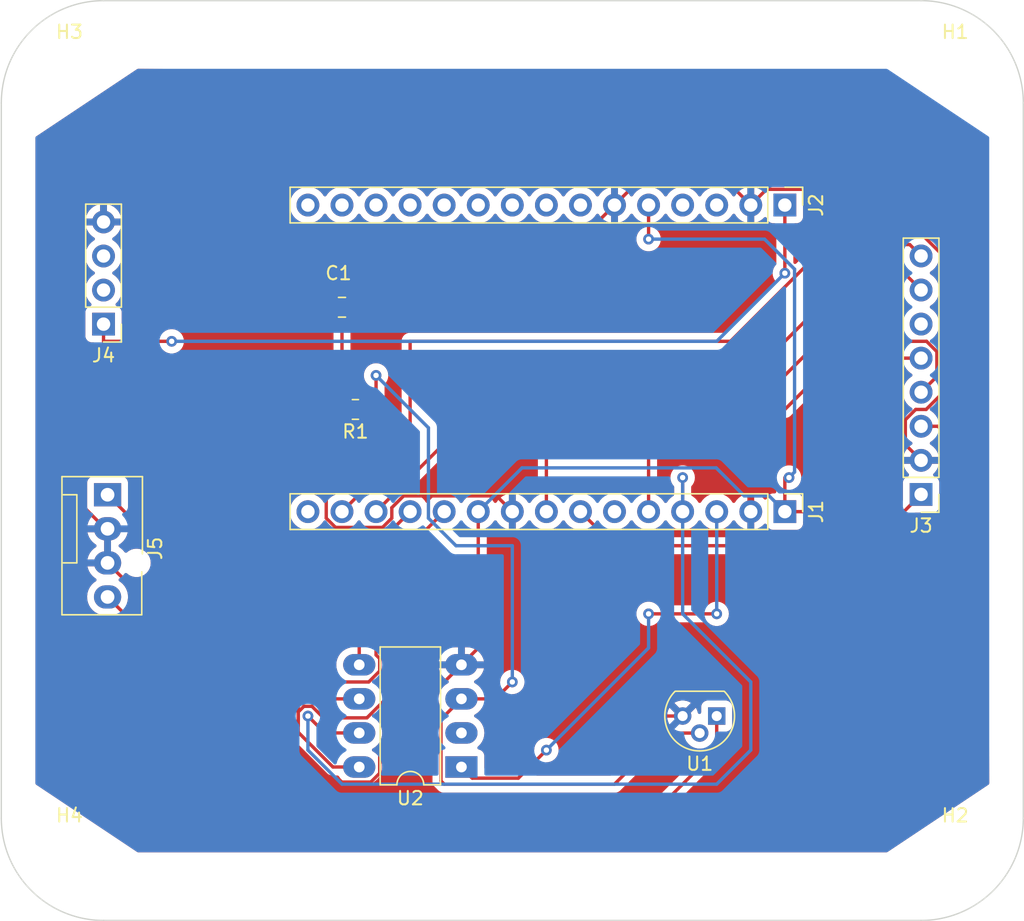
<source format=kicad_pcb>
(kicad_pcb (version 20211014) (generator pcbnew)
  (layers (0 "F.Cu" signal) (31 "B.Cu" signal) (34 "B.Paste" user) (35 "F.Paste" user) (36 "B.SilkS" user "B.Silkscreen") (37 "F.SilkS" user "F.Silkscreen") (38 "B.Mask" user) (39 "F.Mask" user) (44 "Edge.Cuts" user))
  (net 0 "")
  (net 1 "GND")
  (net 2 "Net-(C1-Pad1)")
  (net 3 "/D0")
  (net 4 "GPIO5")
  (net 5 "GPIO4")
  (net 6 "LAS")
  (net 7 "SEO")
  (net 8 "3V3")
  (net 9 "HSCLK")
  (net 10 "HMOSI")
  (net 11 "HMISO")
  (net 12 "HCS")
  (net 13 "CLK")
  (net 14 "ENA")
  (net 26 "VIN")
  (net 30 "Net-(R1-Pad1)")
  (net 32 "5V")
  (footprint "Package_DIP:DIP-8_W7.62mm_LongPads" (layer "F.Cu") (at 77.485 118.1 180)
    (fp_text reference "U2" (at 3.81 -2.33) (layer "F.SilkS"))
    (fp_text value "ADC0832")
    (fp_line (start 1.56 8.95) (end 6.06 8.95) (layer "F.SilkS") (width 0.12))
    (fp_line (start 2.81 -1.33) (end 1.56 -1.33) (layer "F.SilkS") (width 0.12))
    (fp_line (start 1.56 -1.33) (end 1.56 8.95) (layer "F.SilkS") (width 0.12))
    (fp_line (start 6.06 8.95) (end 6.06 -1.33) (layer "F.SilkS") (width 0.12))
    (fp_line (start 6.06 -1.33) (end 4.81 -1.33) (layer "F.SilkS") (width 0.12))
    (fp_arc (start 4.81 -1.33) (mid 3.81 -0.33) (end 2.81 -1.33) (layer "F.SilkS") (width 0.12))
    (pad "1" thru_hole rect locked (at 0 0 180) (size 2.4 1.6) (drill 0.8) (layers *.Cu *.Mask) (net 14 "ENA"))
    (pad "2" thru_hole oval locked (at 0 2.54 180) (size 2.4 1.6) (drill 0.8) (layers *.Cu *.Mask))
    (pad "3" thru_hole oval locked (at 0 5.08 180) (size 2.4 1.6) (drill 0.8) (layers *.Cu *.Mask) (net 30 "Net-(R1-Pad1)"))
    (pad "4" thru_hole oval locked (at 0 7.62 180) (size 2.4 1.6) (drill 0.8) (layers *.Cu *.Mask) (net 1 "GND"))
    (pad "5" thru_hole oval locked (at 7.62 7.62 180) (size 2.4 1.6) (drill 0.8) (layers *.Cu *.Mask) (net 6 "LAS"))
    (pad "6" thru_hole oval locked (at 7.62 5.08 180) (size 2.4 1.6) (drill 0.8) (layers *.Cu *.Mask) (net 7 "SEO"))
    (pad "7" thru_hole oval locked (at 7.62 2.54 180) (size 2.4 1.6) (drill 0.8) (layers *.Cu *.Mask) (net 13 "CLK"))
    (pad "8" thru_hole oval locked (at 7.62 0 180) (size 2.4 1.6) (drill 0.8) (layers *.Cu *.Mask) (net 8 "3V3"))
  )
  (footprint "MountingHole:MountingHole_2.2mm_M2_ISO7380" (layer "F.Cu") (at 48.26 124.46)
    (fp_text reference "H4" (at 0 -2.75) (layer "F.SilkS"))
    (fp_text value "MountingHole")
    (pad "" np_thru_hole circle locked (at 0 0) (size 2.2 2.2) (drill 2.2) (layers *.Cu *.Mask))
  )
  (footprint "Connector_PinHeader_2.54mm:PinHeader_1x15_P2.54mm_Vertical" (layer "F.Cu") (at 101.6 76.2 -90)
    (fp_text reference "J2" (at 0 -2.33 90) (layer "F.SilkS"))
    (fp_text value "NodeMCU-L")
    (fp_line (start -1.33 -1.33) (end 0 -1.33) (layer "F.SilkS") (width 0.12))
    (fp_line (start -1.33 1.27) (end 1.33 1.27) (layer "F.SilkS") (width 0.12))
    (fp_line (start -1.33 0) (end -1.33 -1.33) (layer "F.SilkS") (width 0.12))
    (fp_line (start -1.33 36.89) (end 1.33 36.89) (layer "F.SilkS") (width 0.12))
    (fp_line (start 1.33 1.27) (end 1.33 36.89) (layer "F.SilkS") (width 0.12))
    (fp_line (start -1.33 1.27) (end -1.33 36.89) (layer "F.SilkS") (width 0.12))
    (pad "1" thru_hole rect locked (at 0 0 270) (size 1.7 1.7) (drill 1) (layers *.Cu *.Mask) (net 26 "VIN"))
    (pad "2" thru_hole oval locked (at 0 2.54 270) (size 1.7 1.7) (drill 1) (layers *.Cu *.Mask) (net 1 "GND"))
    (pad "3" thru_hole oval locked (at 0 5.08 270) (size 1.7 1.7) (drill 1) (layers *.Cu *.Mask))
    (pad "4" thru_hole oval locked (at 0 7.62 270) (size 1.7 1.7) (drill 1) (layers *.Cu *.Mask))
    (pad "5" thru_hole oval locked (at 0 10.16 270) (size 1.7 1.7) (drill 1) (layers *.Cu *.Mask) (net 8 "3V3"))
    (pad "6" thru_hole oval locked (at 0 12.7 270) (size 1.7 1.7) (drill 1) (layers *.Cu *.Mask) (net 1 "GND"))
    (pad "7" thru_hole oval locked (at 0 15.24 270) (size 1.7 1.7) (drill 1) (layers *.Cu *.Mask))
    (pad "8" thru_hole oval locked (at 0 17.78 270) (size 1.7 1.7) (drill 1) (layers *.Cu *.Mask))
    (pad "9" thru_hole oval locked (at 0 20.32 270) (size 1.7 1.7) (drill 1) (layers *.Cu *.Mask))
    (pad "10" thru_hole oval locked (at 0 22.86 270) (size 1.7 1.7) (drill 1) (layers *.Cu *.Mask))
    (pad "11" thru_hole oval locked (at 0 25.4 270) (size 1.7 1.7) (drill 1) (layers *.Cu *.Mask))
    (pad "12" thru_hole oval locked (at 0 27.94 270) (size 1.7 1.7) (drill 1) (layers *.Cu *.Mask))
    (pad "13" thru_hole oval locked (at 0 30.48 270) (size 1.7 1.7) (drill 1) (layers *.Cu *.Mask))
    (pad "14" thru_hole oval locked (at 0 33.02 270) (size 1.7 1.7) (drill 1) (layers *.Cu *.Mask))
    (pad "15" thru_hole oval locked (at 0 35.56 270) (size 1.7 1.7) (drill 1) (layers *.Cu *.Mask))
  )
  (footprint "Connector:FanPinHeader_1x04_P2.54mm_Vertical" (layer "F.Cu") (at 51.1 97.8 -90)
    (fp_text reference "J5" (at 4 -3.55 90) (layer "F.SilkS"))
    (fp_text value "Vol-Converter")
    (fp_line (start 5.08 2.29) (end 5.08 3.3) (layer "F.SilkS") (width 0.12))
    (fp_line (start 0 2.29) (end 5.08 2.29) (layer "F.SilkS") (width 0.12))
    (fp_line (start 8.95 3.4) (end -1.35 3.4) (layer "F.SilkS") (width 0.12))
    (fp_line (start 8.95 -2.55) (end 8.95 3.4) (layer "F.SilkS") (width 0.12))
    (fp_line (start -1.35 -2.6) (end 4.4 -2.6) (layer "F.SilkS") (width 0.12))
    (fp_line (start 0 3.3) (end 0 2.29) (layer "F.SilkS") (width 0.12))
    (fp_line (start 5.75 -2.55) (end 8.95 -2.55) (layer "F.SilkS") (width 0.12))
    (fp_line (start -1.35 3.4) (end -1.35 -2.6) (layer "F.SilkS") (width 0.12))
    (pad "" np_thru_hole circle (at 5.08 -2.16) (size 1.1 1.1) (drill 1.1) (layers *.Cu *.Mask))
    (pad "1" thru_hole rect (at 0 0) (size 2.03 1.73) (drill 1.02) (layers *.Cu *.Mask) (net 8 "3V3"))
    (pad "2" thru_hole oval (at 2.54 0) (size 2.03 1.73) (drill 1.02) (layers *.Cu *.Mask) (net 1 "GND"))
    (pad "3" thru_hole oval (at 5.08 0) (size 2.03 1.73) (drill 1.02) (layers *.Cu *.Mask) (net 1 "GND"))
    (pad "4" thru_hole oval (at 7.62 0) (size 2.03 1.73) (drill 1.02) (layers *.Cu *.Mask) (net 32 "5V"))
  )
  (footprint "Connector_PinHeader_2.54mm:PinHeader_1x04_P2.54mm_Vertical" (layer "F.Cu") (at 50.8 85.08 180)
    (fp_text reference "J4" (at 0 -2.33) (layer "F.SilkS"))
    (fp_text value "Conn_01x04_Female")
    (fp_line (start -1.33 1.27) (end 1.33 1.27) (layer "F.SilkS") (width 0.12))
    (fp_line (start -1.33 1.27) (end -1.33 8.95) (layer "F.SilkS") (width 0.12))
    (fp_line (start -1.33 0) (end -1.33 -1.33) (layer "F.SilkS") (width 0.12))
    (fp_line (start -1.33 -1.33) (end 0 -1.33) (layer "F.SilkS") (width 0.12))
    (fp_line (start -1.33 8.95) (end 1.33 8.95) (layer "F.SilkS") (width 0.12))
    (fp_line (start 1.33 1.27) (end 1.33 8.95) (layer "F.SilkS") (width 0.12))
    (pad "1" thru_hole rect locked (at 0 0 180) (size 1.7 1.7) (drill 1) (layers *.Cu *.Mask) (net 26 "VIN"))
    (pad "2" thru_hole oval locked (at 0 2.54 180) (size 1.7 1.7) (drill 1) (layers *.Cu *.Mask))
    (pad "3" thru_hole oval locked (at 0 5.08 180) (size 1.7 1.7) (drill 1) (layers *.Cu *.Mask))
    (pad "4" thru_hole oval locked (at 0 7.62 180) (size 1.7 1.7) (drill 1) (layers *.Cu *.Mask) (net 1 "GND"))
  )
  (footprint "Capacitor_SMD:C_0805_2012Metric_Pad1.18x1.45mm_HandSolder" (layer "F.Cu") (at 68.58 83.82)
    (fp_text reference "C1" (at -0.261252 -2.54) (layer "F.SilkS"))
    (fp_text value "1u")
    (fp_line (start -0.261252 0.735) (end 0.261252 0.735) (layer "F.SilkS") (width 0.12))
    (fp_line (start -0.261252 -0.735) (end 0.261252 -0.735) (layer "F.SilkS") (width 0.12))
    (pad "1" smd roundrect locked (at -1.0375 0) (size 1.175 1.45) (layers "F.Cu" "F.Paste" "F.Mask") (roundrect_rratio 0.212766) (net 2 "Net-(C1-Pad1)"))
    (pad "2" smd roundrect locked (at 1.0375 0) (size 1.175 1.45) (layers "F.Cu" "F.Paste" "F.Mask") (roundrect_rratio 0.212766) (net 1 "GND"))
  )
  (footprint "Connector_PinHeader_2.54mm:PinHeader_1x08_P2.54mm_Vertical" (layer "F.Cu") (at 111.76 97.775 180)
    (fp_text reference "J3" (at 0 -2.33) (layer "F.SilkS"))
    (fp_text value "LCD-Connector")
    (fp_line (start -1.33 1.27) (end 1.33 1.27) (layer "F.SilkS") (width 0.12))
    (fp_line (start 1.33 1.27) (end 1.33 19.11) (layer "F.SilkS") (width 0.12))
    (fp_line (start -1.33 -1.33) (end 0 -1.33) (layer "F.SilkS") (width 0.12))
    (fp_line (start -1.33 1.27) (end -1.33 19.11) (layer "F.SilkS") (width 0.12))
    (fp_line (start -1.33 0) (end -1.33 -1.33) (layer "F.SilkS") (width 0.12))
    (fp_line (start -1.33 19.11) (end 1.33 19.11) (layer "F.SilkS") (width 0.12))
    (pad "1" thru_hole rect locked (at 0 0 180) (size 1.7 1.7) (drill 1) (layers *.Cu *.Mask) (net 8 "3V3"))
    (pad "2" thru_hole oval locked (at 0 2.54 180) (size 1.7 1.7) (drill 1) (layers *.Cu *.Mask) (net 1 "GND"))
    (pad "3" thru_hole oval locked (at 0 5.08 180) (size 1.7 1.7) (drill 1) (layers *.Cu *.Mask) (net 10 "HMOSI"))
    (pad "4" thru_hole oval locked (at 0 7.62 180) (size 1.7 1.7) (drill 1) (layers *.Cu *.Mask) (net 9 "HSCLK"))
    (pad "5" thru_hole oval locked (at 0 10.16 180) (size 1.7 1.7) (drill 1) (layers *.Cu *.Mask) (net 12 "HCS"))
    (pad "6" thru_hole oval locked (at 0 12.7 180) (size 1.7 1.7) (drill 1) (layers *.Cu *.Mask))
    (pad "7" thru_hole oval locked (at 0 15.24 180) (size 1.7 1.7) (drill 1) (layers *.Cu *.Mask) (net 5 "GPIO4"))
    (pad "8" thru_hole oval locked (at 0 17.78 180) (size 1.7 1.7) (drill 1) (layers *.Cu *.Mask) (net 4 "GPIO5"))
  )
  (footprint "Connector_PinHeader_2.54mm:PinHeader_1x15_P2.54mm_Vertical" (layer "F.Cu") (at 101.6 99.06 -90)
    (fp_text reference "J1" (at 0 -2.33 90) (layer "F.SilkS"))
    (fp_text value "NodeMCU-R")
    (fp_line (start -1.33 -1.33) (end 0 -1.33) (layer "F.SilkS") (width 0.12))
    (fp_line (start -1.33 1.27) (end -1.33 36.89) (layer "F.SilkS") (width 0.12))
    (fp_line (start -1.33 0) (end -1.33 -1.33) (layer "F.SilkS") (width 0.12))
    (fp_line (start -1.33 1.27) (end 1.33 1.27) (layer "F.SilkS") (width 0.12))
    (fp_line (start -1.33 36.89) (end 1.33 36.89) (layer "F.SilkS") (width 0.12))
    (fp_line (start 1.33 1.27) (end 1.33 36.89) (layer "F.SilkS") (width 0.12))
    (pad "1" thru_hole rect locked (at 0 0 270) (size 1.7 1.7) (drill 1) (layers *.Cu *.Mask) (net 8 "3V3"))
    (pad "2" thru_hole oval locked (at 0 2.54 270) (size 1.7 1.7) (drill 1) (layers *.Cu *.Mask) (net 1 "GND"))
    (pad "3" thru_hole oval locked (at 0 5.08 270) (size 1.7 1.7) (drill 1) (layers *.Cu *.Mask) (net 14 "ENA"))
    (pad "4" thru_hole oval locked (at 0 7.62 270) (size 1.7 1.7) (drill 1) (layers *.Cu *.Mask) (net 13 "CLK"))
    (pad "5" thru_hole oval locked (at 0 10.16 270) (size 1.7 1.7) (drill 1) (layers *.Cu *.Mask) (net 12 "HCS"))
    (pad "6" thru_hole oval locked (at 0 12.7 270) (size 1.7 1.7) (drill 1) (layers *.Cu *.Mask) (net 11 "HMISO"))
    (pad "7" thru_hole oval locked (at 0 15.24 270) (size 1.7 1.7) (drill 1) (layers *.Cu *.Mask) (net 10 "HMOSI"))
    (pad "8" thru_hole oval locked (at 0 17.78 270) (size 1.7 1.7) (drill 1) (layers *.Cu *.Mask) (net 9 "HSCLK"))
    (pad "9" thru_hole oval locked (at 0 20.32 270) (size 1.7 1.7) (drill 1) (layers *.Cu *.Mask) (net 1 "GND"))
    (pad "10" thru_hole oval locked (at 0 22.86 270) (size 1.7 1.7) (drill 1) (layers *.Cu *.Mask) (net 8 "3V3"))
    (pad "11" thru_hole oval locked (at 0 25.4 270) (size 1.7 1.7) (drill 1) (layers *.Cu *.Mask) (net 7 "SEO"))
    (pad "12" thru_hole oval locked (at 0 27.94 270) (size 1.7 1.7) (drill 1) (layers *.Cu *.Mask) (net 6 "LAS"))
    (pad "13" thru_hole oval locked (at 0 30.48 270) (size 1.7 1.7) (drill 1) (layers *.Cu *.Mask) (net 5 "GPIO4"))
    (pad "14" thru_hole oval locked (at 0 33.02 270) (size 1.7 1.7) (drill 1) (layers *.Cu *.Mask) (net 4 "GPIO5"))
    (pad "15" thru_hole oval locked (at 0 35.56 270) (size 1.7 1.7) (drill 1) (layers *.Cu *.Mask) (net 3 "/D0"))
  )
  (footprint "MountingHole:MountingHole_2.2mm_M2_ISO7380" (layer "F.Cu") (at 114.3 66.04)
    (fp_text reference "H1" (at 0 -2.75) (layer "F.SilkS"))
    (fp_text value "MountingHole")
    (pad "" np_thru_hole circle locked (at 0 0) (size 2.2 2.2) (drill 2.2) (layers *.Cu *.Mask))
  )
  (footprint "MountingHole:MountingHole_2.2mm_M2_ISO7380" (layer "F.Cu") (at 48.26 66.04)
    (fp_text reference "H3" (at 0 -2.75) (layer "F.SilkS"))
    (fp_text value "MountingHole")
    (pad "" np_thru_hole circle locked (at 0 0) (size 2.2 2.2) (drill 2.2) (layers *.Cu *.Mask))
  )
  (footprint "Package_TO_SOT_THT:TO-92" (layer "F.Cu") (at 96.52 114.3 180)
    (fp_text reference "U1" (at 1.27 -3.56) (layer "F.SilkS"))
    (fp_text value "LM35-LP")
    (fp_line (start -0.53 1.85) (end 3.07 1.85) (layer "F.SilkS") (width 0.12))
    (fp_arc (start 1.27 -2.6) (mid 3.672087 -0.994977) (end 3.108478 1.838478) (layer "F.SilkS") (width 0.12))
    (fp_arc (start -0.568478 1.838478) (mid -1.132087 -0.994977) (end 1.27 -2.6) (layer "F.SilkS") (width 0.12))
    (pad "1" thru_hole rect locked (at 0 0 180) (size 1.3 1.3) (drill 0.75) (layers *.Cu *.Mask) (net 32 "5V"))
    (pad "2" thru_hole circle locked (at 1.27 -1.27 180) (size 1.3 1.3) (drill 0.75) (layers *.Cu *.Mask) (net 30 "Net-(R1-Pad1)"))
    (pad "3" thru_hole circle locked (at 2.54 0 180) (size 1.3 1.3) (drill 0.75) (layers *.Cu *.Mask) (net 1 "GND"))
  )
  (footprint "MountingHole:MountingHole_2.2mm_M2_ISO7380" (layer "F.Cu") (at 114.3 124.46)
    (fp_text reference "H2" (at 0 -2.75) (layer "F.SilkS"))
    (fp_text value "MountingHole")
    (pad "" np_thru_hole circle locked (at 0 0) (size 2.2 2.2) (drill 2.2) (layers *.Cu *.Mask))
  )
  (footprint "Resistor_SMD:R_0805_2012Metric_Pad1.20x1.40mm_HandSolder" (layer "F.Cu") (at 69.58 91.44 180)
    (fp_text reference "R1" (at 0 -1.65) (layer "F.SilkS"))
    (fp_text value "75")
    (fp_line (start -0.227064 0.735) (end 0.227064 0.735) (layer "F.SilkS") (width 0.12))
    (fp_line (start -0.227064 -0.735) (end 0.227064 -0.735) (layer "F.SilkS") (width 0.12))
    (pad "1" smd roundrect locked (at -1 0 180) (size 1.2 1.4) (layers "F.Cu" "F.Paste" "F.Mask") (roundrect_rratio 0.208333) (net 30 "Net-(R1-Pad1)"))
    (pad "2" smd roundrect locked (at 1 0 180) (size 1.2 1.4) (layers "F.Cu" "F.Paste" "F.Mask") (roundrect_rratio 0.208333) (net 2 "Net-(C1-Pad1)"))
  )
  (gr_line (start 119.38 121.92) (end 119.38 68.58) (layer "Edge.Cuts") (width 0.1))
  (gr_arc (start 111.76 60.96) (mid 117.148154 63.191846) (end 119.38 68.58) (layer "Edge.Cuts") (width 0.1))
  (gr_line (start 50.8 129.54) (end 111.76 129.54) (layer "Edge.Cuts") (width 0.1))
  (gr_arc (start 50.8 129.54) (mid 45.411846 127.308154) (end 43.18 121.92) (layer "Edge.Cuts") (width 0.1))
  (gr_line (start 111.76 60.96) (end 50.8 60.96) (layer "Edge.Cuts") (width 0.1))
  (gr_arc (start 119.38 121.92) (mid 117.148154 127.308154) (end 111.76 129.54) (layer "Edge.Cuts") (width 0.1))
  (gr_line (start 43.18 68.58) (end 43.18 121.92) (layer "Edge.Cuts") (width 0.1))
  (gr_arc (start 43.18 68.58) (mid 45.411846 63.191846) (end 50.8 60.96) (layer "Edge.Cuts") (width 0.1))
  (segment (start 108.451499 75.025489) (end 100.234511 75.025489) (width 0.25) (layer "F.Cu") (net 1))
  (segment (start 81.28 106.68) (end 88.9 114.3) (width 0.25) (layer "F.Cu") (net 1))
  (segment (start 110.585489 92.208501) (end 111.35399 91.44) (width 0.25) (layer "F.Cu") (net 1))
  (segment (start 110.585489 94.060489) (end 110.585489 92.208501) (width 0.25) (layer "F.Cu") (net 1))
  (segment (start 53.34 68.58) (end 86.36 68.58) (width 0.25) (layer "F.Cu") (net 1))
  (segment (start 96.52 73.66) (end 99.06 76.2) (width 0.25) (layer "F.Cu") (net 1))
  (segment (start 68.56798 82.77048) (end 69.6175 83.82) (width 0.25) (layer "F.Cu") (net 1))
  (segment (start 50.8 71.12) (end 53.34 68.58) (width 0.25) (layer "F.Cu") (net 1))
  (segment (start 81.28 106.685) (end 77.485 110.48) (width 0.25) (layer "F.Cu") (net 1))
  (segment (start 66.967027 82.77048) (end 68.56798 82.77048) (width 0.25) (layer "F.Cu") (net 1))
  (segment (start 80.105489 97.885489) (end 73.173501 97.885489) (width 0.25) (layer "F.Cu") (net 1))
  (segment (start 88.9 71.12) (end 88.9 76.2) (width 0.25) (layer "F.Cu") (net 1))
  (segment (start 67.405489 99.546499) (end 67.405489 85.420333) (width 0.25) (layer "F.Cu") (net 1))
  (segment (start 91.44 73.66) (end 96.52 73.66) (width 0.25) (layer "F.Cu") (net 1))
  (segment (start 99.06 97.857919) (end 99.06 99.06) (width 0.25) (layer "F.Cu") (net 1))
  (segment (start 70.730791 119.22452) (end 67.44452 119.22452) (width 0.25) (layer "F.Cu") (net 1))
  (segment (start 81.28 99.06) (end 80.105489 97.885489) (width 0.25) (layer "F.Cu") (net 1))
  (segment (start 86.36 78.74) (end 88.9 76.2) (width 0.25) (layer "F.Cu") (net 1))
  (segment (start 100.234511 75.025489) (end 99.06 76.2) (width 0.25) (layer "F.Cu") (net 1))
  (segment (start 72.294511 99.546499) (end 71.606499 100.234511) (width 0.25) (layer "F.Cu") (net 1))
  (segment (start 67.405489 85.420333) (end 66.63048 84.645324) (width 0.25) (layer "F.Cu") (net 1))
  (segment (start 71.606499 100.234511) (end 68.093501 100.234511) (width 0.25) (layer "F.Cu") (net 1))
  (segment (start 112.13601 91.44) (end 114.3 89.27601) (width 0.25) (layer "F.Cu") (net 1))
  (segment (start 86.36 68.58) (end 88.9 71.12) (width 0.25) (layer "F.Cu") (net 1))
  (segment (start 71.12 78.74) (end 86.36 78.74) (width 0.25) (layer "F.Cu") (net 1))
  (segment (start 50.8 77.46) (end 50.8 71.12) (width 0.25) (layer "F.Cu") (net 1))
  (segment (start 48.26 78.74) (end 49.54 77.46) (width 0.25) (layer "F.Cu") (net 1))
  (segment (start 101.682919 95.235) (end 99.06 97.857919) (width 0.25) (layer "F.Cu") (net 1))
  (segment (start 69.6175 83.82) (end 69.6175 80.2425) (width 0.25) (layer "F.Cu") (net 1))
  (segment (start 49.54 77.46) (end 50.8 77.46) (width 0.25) (layer "F.Cu") (net 1))
  (segment (start 50.95 100.34) (end 48.26 97.65) (width 0.25) (layer "F.Cu") (net 1))
  (segment (start 69.6175 80.2425) (end 71.12 78.74) (width 0.25) (layer "F.Cu") (net 1))
  (segment (start 111.76 95.235) (end 101.682919 95.235) (width 0.25) (layer "F.Cu") (net 1))
  (segment (start 111.76 95.235) (end 110.585489 94.060489) (width 0.25) (layer "F.Cu") (net 1))
  (segment (start 114.3 80.87399) (end 108.451499 75.025489) (width 0.25) (layer "F.Cu") (net 1))
  (segment (start 48.26 97.65) (end 48.26 78.74) (width 0.25) (layer "F.Cu") (net 1))
  (segment (start 67.44452 119.22452) (end 51.1 102.88) (width 0.25) (layer "F.Cu") (net 1))
  (segment (start 66.63048 84.645324) (end 66.63048 83.107027) (width 0.25) (layer "F.Cu") (net 1))
  (segment (start 81.28 106.68) (end 81.28 106.685) (width 0.25) (layer "F.Cu") (net 1))
  (segment (start 114.3 89.27601) (end 114.3 80.87399) (width 0.25) (layer "F.Cu") (net 1))
  (segment (start 88.9 114.3) (end 93.98 114.3) (width 0.25) (layer "F.Cu") (net 1))
  (segment (start 66.63048 83.107027) (end 66.967027 82.77048) (width 0.25) (layer "F.Cu") (net 1))
  (segment (start 72.294511 98.764479) (end 72.294511 99.546499) (width 0.25) (layer "F.Cu") (net 1))
  (segment (start 68.093501 100.234511) (end 67.405489 99.546499) (width 0.25) (layer "F.Cu") (net 1))
  (segment (start 77.485 110.48) (end 71.38952 116.57548) (width 0.25) (layer "F.Cu") (net 1))
  (segment (start 71.38952 116.57548) (end 71.38952 118.565791) (width 0.25) (layer "F.Cu") (net 1))
  (segment (start 71.38952 118.565791) (end 70.730791 119.22452) (width 0.25) (layer "F.Cu") (net 1))
  (segment (start 111.35399 91.44) (end 112.13601 91.44) (width 0.25) (layer "F.Cu") (net 1))
  (segment (start 81.28 99.06) (end 81.28 106.68) (width 0.25) (layer "F.Cu") (net 1))
  (segment (start 73.173501 97.885489) (end 72.294511 98.764479) (width 0.25) (layer "F.Cu") (net 1))
  (segment (start 51.1 100.34) (end 50.95 100.34) (width 0.25) (layer "F.Cu") (net 1))
  (segment (start 51.1 102.88) (end 51.1 100.34) (width 0.25) (layer "F.Cu") (net 1))
  (segment (start 88.9 76.2) (end 91.44 73.66) (width 0.25) (layer "F.Cu") (net 1))
  (segment (start 68.58 84.8575) (end 68.58 91.44) (width 0.25) (layer "F.Cu") (net 2))
  (segment (start 67.5425 83.82) (end 68.58 84.8575) (width 0.25) (layer "F.Cu") (net 2))
  (segment (start 97.544614 86.36) (end 104.759614 79.145) (width 0.25) (layer "F.Cu") (net 4))
  (segment (start 110.91 79.145) (end 111.76 79.995) (width 0.25) (layer "F.Cu") (net 4))
  (segment (start 68.58 99.06) (end 73.66 93.98) (width 0.25) (layer "F.Cu") (net 4))
  (segment (start 104.759614 79.145) (end 110.91 79.145) (width 0.25) (layer "F.Cu") (net 4))
  (segment (start 73.66 86.36) (end 97.544614 86.36) (width 0.25) (layer "F.Cu") (net 4))
  (segment (start 73.66 93.98) (end 73.66 86.36) (width 0.25) (layer "F.Cu") (net 4))
  (segment (start 110.505 81.28) (end 111.76 82.535) (width 0.25) (layer "F.Cu") (net 5))
  (segment (start 76.2 88.9) (end 99.06 88.9) (width 0.25) (layer "F.Cu") (net 5))
  (segment (start 76.2 93.98) (end 76.2 88.9) (width 0.25) (layer "F.Cu") (net 5))
  (segment (start 71.12 99.06) (end 76.2 93.98) (width 0.25) (layer "F.Cu") (net 5))
  (segment (start 99.06 88.9) (end 106.68 81.28) (width 0.25) (layer "F.Cu") (net 5))
  (segment (start 106.68 81.28) (end 110.505 81.28) (width 0.25) (layer "F.Cu") (net 5))
  (segment (start 69.865 110.48) (end 69.865 102.855) (width 0.25) (layer "F.Cu") (net 6))
  (segment (start 69.865 102.855) (end 73.66 99.06) (width 0.25) (layer "F.Cu") (net 6))
  (segment (start 66.04 111.76) (end 67.3 113.02) (width 0.25) (layer "F.Cu") (net 7))
  (segment (start 71.38952 110.945791) (end 70.575311 111.76) (width 0.25) (layer "F.Cu") (net 7))
  (segment (start 76.2 99.06) (end 71.12 104.14) (width 0.25) (layer "F.Cu") (net 7))
  (segment (start 67.3 113.02) (end 69.865 113.02) (width 0.25) (layer "F.Cu") (net 7))
  (segment (start 71.38952 110.014209) (end 71.38952 110.945791) (width 0.25) (layer "F.Cu") (net 7))
  (segment (start 71.12 104.14) (end 71.12 109.744689) (width 0.25) (layer "F.Cu") (net 7))
  (segment (start 71.12 109.744689) (end 71.38952 110.014209) (width 0.25) (layer "F.Cu") (net 7))
  (segment (start 70.575311 111.76) (end 66.04 111.76) (width 0.25) (layer "F.Cu") (net 7))
  (segment (start 70.439831 114.43548) (end 67.200094 114.43548) (width 0.25) (layer "F.Cu") (net 8))
  (segment (start 65.315489 113.999897) (end 65.315489 115.024511) (width 0.25) (layer "F.Cu") (net 8))
  (segment (start 67.200094 114.43548) (end 66.340103 113.575489) (width 0.25) (layer "F.Cu") (net 8))
  (segment (start 101.6 99.06) (end 110.475 99.06) (width 0.25) (layer "F.Cu") (net 8))
  (segment (start 66.340103 113.575489) (end 65.739897 113.575489) (width 0.25) (layer "F.Cu") (net 8))
  (segment (start 67.905 118.1) (end 69.865 118.1) (width 0.25) (layer "F.Cu") (net 8))
  (segment (start 110.475 99.06) (end 111.76 97.775) (width 0.25) (layer "F.Cu") (net 8))
  (segment (start 78.74 106.135311) (end 70.439831 114.43548) (width 0.25) (layer "F.Cu") (net 8))
  (segment (start 65.315489 115.510489) (end 67.905 118.1) (width 0.25) (layer "F.Cu") (net 8))
  (segment (start 65.315489 112.015489) (end 65.315489 115.024511) (width 0.25) (layer "F.Cu") (net 8))
  (segment (start 65.739897 113.575489) (end 65.315489 113.999897) (width 0.25) (layer "F.Cu") (net 8))
  (segment (start 101.6 99.06) (end 101.6 96.52) (width 0.25) (layer "F.Cu") (net 8))
  (segment (start 51.1 97.8) (end 65.315489 112.015489) (width 0.25) (layer "F.Cu") (net 8))
  (segment (start 65.315489 115.024511) (end 65.315489 115.510489) (width 0.25) (layer "F.Cu") (net 8))
  (segment (start 91.44 76.2) (end 91.44 78.74) (width 0.25) (layer "F.Cu") (net 8))
  (segment (start 78.74 99.06) (end 78.74 106.135311) (width 0.25) (layer "F.Cu") (net 8))
  (via (at 91.44 78.74) (size 0.8) (drill 0.4) (layers "F.Cu" "B.Cu") (net 8))
  (via (at 101.912299 96.52) (size 0.8) (drill 0.4) (layers "F.Cu" "B.Cu") (net 8))
  (segment (start 102.324511 96.107788) (end 102.324511 80.979897) (width 0.25) (layer "B.Cu") (net 8))
  (segment (start 82.004511 95.795489) (end 78.74 99.06) (width 0.25) (layer "B.Cu") (net 8))
  (segment (start 101.912299 96.52) (end 102.324511 96.107788) (width 0.25) (layer "B.Cu") (net 8))
  (segment (start 100.084614 78.74) (end 91.44 78.74) (width 0.25) (layer "B.Cu") (net 8))
  (segment (start 96.483501 95.795489) (end 82.004511 95.795489) (width 0.25) (layer "B.Cu") (net 8))
  (segment (start 100.425489 97.885489) (end 98.573501 97.885489) (width 0.25) (layer "B.Cu") (net 8))
  (segment (start 102.324511 80.979897) (end 100.084614 78.74) (width 0.25) (layer "B.Cu") (net 8))
  (segment (start 98.573501 97.885489) (end 96.483501 95.795489) (width 0.25) (layer "B.Cu") (net 8))
  (segment (start 101.6 99.06) (end 100.425489 97.885489) (width 0.25) (layer "B.Cu") (net 8))
  (segment (start 112.934511 88.980489) (end 112.934511 87.128501) (width 0.25) (layer "F.Cu") (net 9))
  (segment (start 111.76 90.155) (end 112.934511 88.980489) (width 0.25) (layer "F.Cu") (net 9))
  (segment (start 83.82 89.34952) (end 83.82 99.06) (width 0.25) (layer "F.Cu") (net 9))
  (segment (start 112.16601 86.36) (end 104.14 86.36) (width 0.25) (layer "F.Cu") (net 9))
  (segment (start 112.934511 87.128501) (end 112.16601 86.36) (width 0.25) (layer "F.Cu") (net 9))
  (segment (start 104.14 86.36) (end 101.15048 89.34952) (width 0.25) (layer "F.Cu") (net 9))
  (segment (start 101.15048 89.34952) (end 83.82 89.34952) (width 0.25) (layer "F.Cu") (net 9))
  (segment (start 114.3 93.98) (end 114.3 99.06) (width 0.25) (layer "F.Cu") (net 10))
  (segment (start 113.015 92.695) (end 114.3 93.98) (width 0.25) (layer "F.Cu") (net 10))
  (segment (start 114.3 99.06) (end 111.76 101.6) (width 0.25) (layer "F.Cu") (net 10))
  (segment (start 88.9 101.6) (end 86.36 99.06) (width 0.25) (layer "F.Cu") (net 10))
  (segment (start 111.76 92.695) (end 113.015 92.695) (width 0.25) (layer "F.Cu") (net 10))
  (segment (start 111.76 101.6) (end 88.9 101.6) (width 0.25) (layer "F.Cu") (net 10))
  (segment (start 105.425 87.615) (end 101.6 91.44) (width 0.25) (layer "F.Cu") (net 12))
  (segment (start 101.6 91.44) (end 91.44 91.44) (width 0.25) (layer "F.Cu") (net 12))
  (segment (start 111.76 87.615) (end 105.425 87.615) (width 0.25) (layer "F.Cu") (net 12))
  (segment (start 91.44 91.44) (end 91.44 99.06) (width 0.25) (layer "F.Cu") (net 12))
  (segment (start 93.98 99.06) (end 93.98 96.52) (width 0.25) (layer "F.Cu") (net 13))
  (segment (start 67.3 115.56) (end 66.04 114.3) (width 0.25) (layer "F.Cu") (net 13))
  (segment (start 69.865 115.56) (end 67.3 115.56) (width 0.25) (layer "F.Cu") (net 13))
  (via (at 66.04 114.3) (size 0.8) (drill 0.4) (layers "F.Cu" "B.Cu") (net 13))
  (via (at 93.98 96.52) (size 0.8) (drill 0.4) (layers "F.Cu" "B.Cu") (net 13))
  (segment (start 93.98 106.68) (end 99.06 111.76) (width 0.25) (layer "B.Cu") (net 13))
  (segment (start 93.98 96.52) (end 93.98 106.68) (width 0.25) (layer "B.Cu") (net 13))
  (segment (start 66.04 116.84) (end 66.04 114.3) (width 0.25) (layer "B.Cu") (net 13))
  (segment (start 99.06 116.84) (end 96.52 119.38) (width 0.25) (layer "B.Cu") (net 13))
  (segment (start 68.58 119.38) (end 66.04 116.84) (width 0.25) (layer "B.Cu") (net 13))
  (segment (start 99.06 111.76) (end 99.06 116.84) (width 0.25) (layer "B.Cu") (net 13))
  (segment (start 96.52 119.38) (end 68.58 119.38) (width 0.25) (layer "B.Cu") (net 13))
  (segment (start 77.485 118.125) (end 78.29048 118.93048) (width 0.25) (layer "F.Cu") (net 14))
  (segment (start 78.29048 118.93048) (end 81.72952 118.93048) (width 0.25) (layer "F.Cu") (net 14))
  (segment (start 77.485 118.1) (end 77.485 118.125) (width 0.25) (layer "F.Cu") (net 14))
  (segment (start 81.72952 118.93048) (end 83.82 116.84) (width 0.25) (layer "F.Cu") (net 14))
  (segment (start 91.44 106.68) (end 96.52 106.68) (width 0.25) (layer "F.Cu") (net 14))
  (via (at 96.52 106.68) (size 0.8) (drill 0.4) (layers "F.Cu" "B.Cu") (net 14))
  (via (at 83.82 116.84) (size 0.8) (drill 0.4) (layers "F.Cu" "B.Cu") (net 14))
  (via (at 91.44 106.68) (size 0.8) (drill 0.4) (layers "F.Cu" "B.Cu") (net 14))
  (segment (start 83.82 116.84) (end 91.44 109.22) (width 0.25) (layer "B.Cu") (net 14))
  (segment (start 91.44 109.22) (end 91.44 106.68) (width 0.25) (layer "B.Cu") (net 14))
  (segment (start 96.52 106.68) (end 96.52 99.06) (width 0.25) (layer "B.Cu") (net 14))
  (segment (start 50.8 85.08) (end 50.8 86.36) (width 0.25) (layer "F.Cu") (net 26))
  (segment (start 101.6 76.2) (end 101.6 81.28) (width 0.25) (layer "F.Cu") (net 26))
  (segment (start 50.8 86.36) (end 55.88 86.36) (width 0.25) (layer "F.Cu") (net 26))
  (via (at 101.6 81.28) (size 0.8) (drill 0.4) (layers "F.Cu" "B.Cu") (net 26))
  (via (at 55.88 86.36) (size 0.8) (drill 0.4) (layers "F.Cu" "B.Cu") (net 26))
  (segment (start 55.88 86.36) (end 96.52 86.36) (width 0.25) (layer "B.Cu") (net 26))
  (segment (start 96.52 86.36) (end 101.6 81.28) (width 0.25) (layer "B.Cu") (net 26))
  (segment (start 95.25 115.57) (end 92.71 115.57) (width 0.25) (layer "F.Cu") (net 30))
  (segment (start 80.02 113.02) (end 81.28 111.76) (width 0.25) (layer "F.Cu") (net 30))
  (segment (start 88.9 119.38) (end 76.2 119.38) (width 0.25) (layer "F.Cu") (net 30))
  (segment (start 77.485 113.02) (end 80.02 113.02) (width 0.25) (layer "F.Cu") (net 30))
  (segment (start 75.960489 119.140489) (end 75.960489 114.544511) (width 0.25) (layer "F.Cu") (net 30))
  (segment (start 76.2 119.38) (end 75.960489 119.140489) (width 0.25) (layer "F.Cu") (net 30))
  (segment (start 92.71 115.57) (end 88.9 119.38) (width 0.25) (layer "F.Cu") (net 30))
  (segment (start 70.58 91.44) (end 71.12 90.9) (width 0.25) (layer "F.Cu") (net 30))
  (segment (start 71.12 90.9) (end 71.12 88.9) (width 0.25) (layer "F.Cu") (net 30))
  (segment (start 75.960489 114.544511) (end 77.485 113.02) (width 0.25) (layer "F.Cu") (net 30))
  (via (at 71.12 88.9) (size 0.8) (drill 0.4) (layers "F.Cu" "B.Cu") (net 30))
  (via (at 81.28 111.76) (size 0.8) (drill 0.4) (layers "F.Cu" "B.Cu") (net 30))
  (segment (start 71.12 88.9) (end 75.025489 92.805489) (width 0.25) (layer "B.Cu") (net 30))
  (segment (start 81.28 101.6) (end 81.28 111.76) (width 0.25) (layer "B.Cu") (net 30))
  (segment (start 75.025489 99.546499) (end 77.07899 101.6) (width 0.25) (layer "B.Cu") (net 30))
  (segment (start 77.07899 101.6) (end 81.28 101.6) (width 0.25) (layer "B.Cu") (net 30))
  (segment (start 75.025489 92.805489) (end 75.025489 99.546499) (width 0.25) (layer "B.Cu") (net 30))
  (segment (start 96.52 116.84) (end 96.52 114.3) (width 0.25) (layer "F.Cu") (net 32))
  (segment (start 67.6 121.92) (end 91.44 121.92) (width 0.25) (layer "F.Cu") (net 32))
  (segment (start 51.1 105.42) (end 67.6 121.92) (width 0.25) (layer "F.Cu") (net 32))
  (segment (start 91.44 121.92) (end 96.52 116.84) (width 0.25) (layer "F.Cu") (net 32))
  (zone (net 1) (net_name "GND") (layer "F.Cu") (connect_pads (clearance 0.508)) (min_thickness 0.254) (fill yes (thermal_gap 0.508) (thermal_bridge_width 0.508))
    (polygon (pts (xy 116.5352 71.12) (xy 116.84 119.38) (xy 109.22 124.46) (xy 53.34 124.46) (xy 45.72 119.38) (xy 45.72 71.12) (xy 53.34 66.04) (xy 109.22 66.4464)))
  )
  (zone (net 1) (net_name "GND") (layer "B.Cu") (connect_pads (clearance 0.508)) (min_thickness 0.254) (fill yes (thermal_gap 0.508) (thermal_bridge_width 0.508))
    (polygon (pts (xy 116.84 71.12) (xy 116.84 119.38) (xy 109.22 124.46) (xy 53.34 124.46) (xy 45.72 119.38) (xy 45.72 71.12) (xy 53.34 66.04) (xy 109.22 66.04)))
  )
)
</source>
